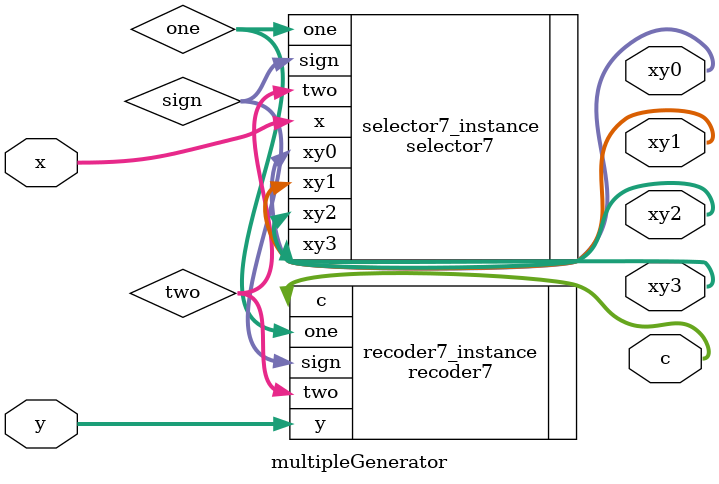
<source format=v>
`include "recoder7.v"
`include "selector7.v"

module multipleGenerator(
    input [6:0] x, y,
    output [3:0] c,
    output [7:0] xy0, xy1, xy2, xy3
);

    wire [3:0] sign, one, two;
    
    recoder7 recoder7_instance(
        .y(y),
        .c(c),
        .sign(sign),
        .one(one),
        .two(two)
    );
    
    selector7 selector7_instance(
        .x(x),
        .sign(sign),
        .one(one),
        .two(two),
        .xy0(xy0),
        .xy1(xy1),
        .xy2(xy2),
        .xy3(xy3)
    );
    
endmodule : multipleGenerator

</source>
